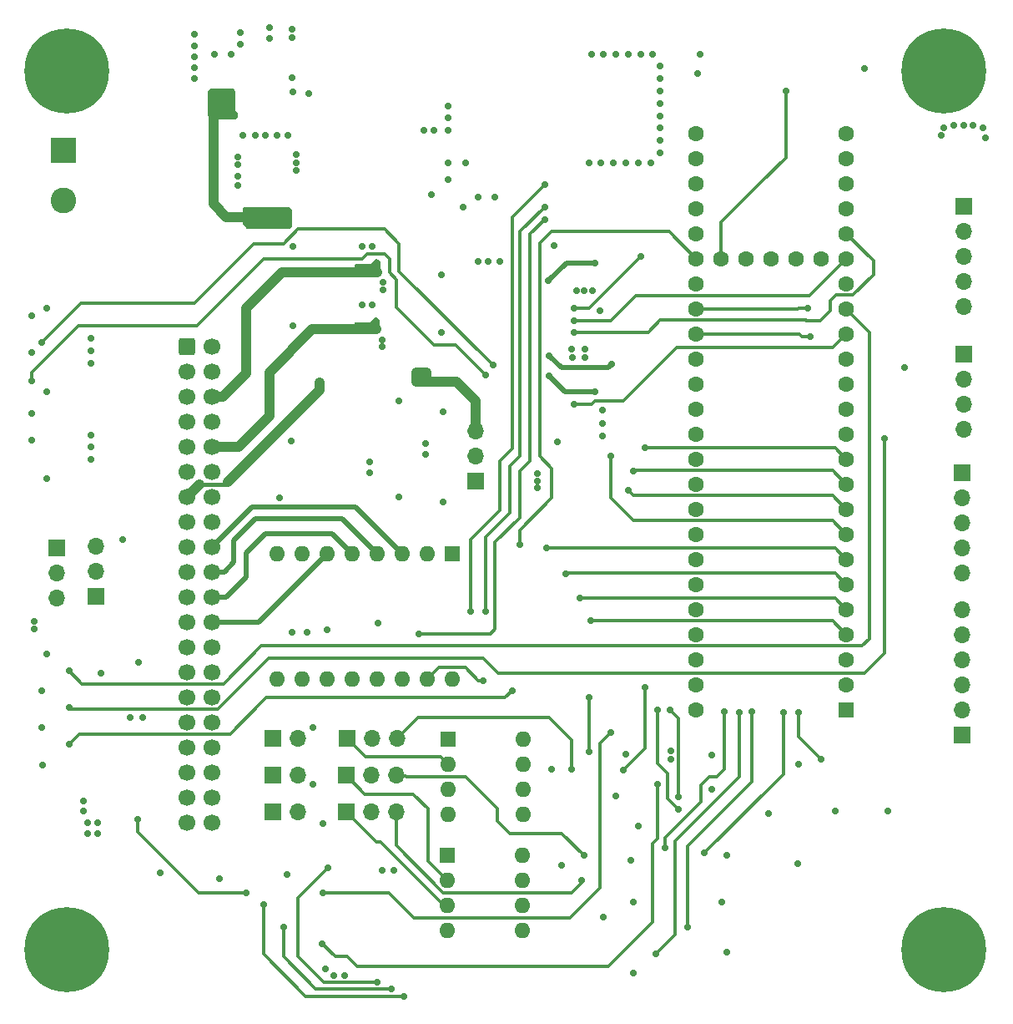
<source format=gbl>
G04 #@! TF.GenerationSoftware,KiCad,Pcbnew,(6.0.10)*
G04 #@! TF.CreationDate,2023-01-07T19:39:58+01:00*
G04 #@! TF.ProjectId,perfectV2.1v0,70657266-6563-4745-9632-2e3176302e6b,6*
G04 #@! TF.SameCoordinates,Original*
G04 #@! TF.FileFunction,Copper,L4,Bot*
G04 #@! TF.FilePolarity,Positive*
%FSLAX46Y46*%
G04 Gerber Fmt 4.6, Leading zero omitted, Abs format (unit mm)*
G04 Created by KiCad (PCBNEW (6.0.10)) date 2023-01-07 19:39:58*
%MOMM*%
%LPD*%
G01*
G04 APERTURE LIST*
G04 Aperture macros list*
%AMRoundRect*
0 Rectangle with rounded corners*
0 $1 Rounding radius*
0 $2 $3 $4 $5 $6 $7 $8 $9 X,Y pos of 4 corners*
0 Add a 4 corners polygon primitive as box body*
4,1,4,$2,$3,$4,$5,$6,$7,$8,$9,$2,$3,0*
0 Add four circle primitives for the rounded corners*
1,1,$1+$1,$2,$3*
1,1,$1+$1,$4,$5*
1,1,$1+$1,$6,$7*
1,1,$1+$1,$8,$9*
0 Add four rect primitives between the rounded corners*
20,1,$1+$1,$2,$3,$4,$5,0*
20,1,$1+$1,$4,$5,$6,$7,0*
20,1,$1+$1,$6,$7,$8,$9,0*
20,1,$1+$1,$8,$9,$2,$3,0*%
G04 Aperture macros list end*
G04 #@! TA.AperFunction,ComponentPad*
%ADD10R,1.700000X1.700000*%
G04 #@! TD*
G04 #@! TA.AperFunction,ComponentPad*
%ADD11O,1.700000X1.700000*%
G04 #@! TD*
G04 #@! TA.AperFunction,ComponentPad*
%ADD12R,1.600000X1.600000*%
G04 #@! TD*
G04 #@! TA.AperFunction,ComponentPad*
%ADD13C,1.600000*%
G04 #@! TD*
G04 #@! TA.AperFunction,ComponentPad*
%ADD14R,2.600000X2.600000*%
G04 #@! TD*
G04 #@! TA.AperFunction,ComponentPad*
%ADD15C,2.600000*%
G04 #@! TD*
G04 #@! TA.AperFunction,ComponentPad*
%ADD16O,1.600000X1.600000*%
G04 #@! TD*
G04 #@! TA.AperFunction,ComponentPad*
%ADD17C,8.600000*%
G04 #@! TD*
G04 #@! TA.AperFunction,ComponentPad*
%ADD18RoundRect,0.250000X-0.600000X-0.600000X0.600000X-0.600000X0.600000X0.600000X-0.600000X0.600000X0*%
G04 #@! TD*
G04 #@! TA.AperFunction,ComponentPad*
%ADD19C,1.700000*%
G04 #@! TD*
G04 #@! TA.AperFunction,ViaPad*
%ADD20C,0.700000*%
G04 #@! TD*
G04 #@! TA.AperFunction,Conductor*
%ADD21C,1.000000*%
G04 #@! TD*
G04 #@! TA.AperFunction,Conductor*
%ADD22C,0.300000*%
G04 #@! TD*
G04 #@! TA.AperFunction,Conductor*
%ADD23C,0.500000*%
G04 #@! TD*
G04 #@! TA.AperFunction,Conductor*
%ADD24C,0.425000*%
G04 #@! TD*
G04 APERTURE END LIST*
D10*
X81475000Y-149850000D03*
D11*
X84015000Y-149850000D03*
X86555000Y-149850000D03*
D12*
X132120000Y-146975000D03*
D13*
X132120000Y-144435000D03*
X132120000Y-141895000D03*
X132120000Y-139355000D03*
X132120000Y-136815000D03*
X132120000Y-134275000D03*
X132120000Y-131735000D03*
X132120000Y-129195000D03*
X132120000Y-126655000D03*
X132120000Y-124115000D03*
X132120000Y-121575000D03*
X132120000Y-119035000D03*
X132120000Y-116495000D03*
X132120000Y-113955000D03*
X132120000Y-111415000D03*
X132120000Y-108875000D03*
X132120000Y-106335000D03*
X132120000Y-103795000D03*
X132120000Y-101255000D03*
X132120000Y-98715000D03*
X132120000Y-96175000D03*
X132120000Y-93635000D03*
X132120000Y-91095000D03*
X132120000Y-88555000D03*
X116880000Y-88555000D03*
X116880000Y-91095000D03*
X116880000Y-93635000D03*
X116880000Y-96175000D03*
X116880000Y-98715000D03*
X116880000Y-101255000D03*
X116880000Y-103795000D03*
X116880000Y-106335000D03*
X116880000Y-108875000D03*
X116880000Y-111415000D03*
X116880000Y-113955000D03*
X116880000Y-116495000D03*
X116880000Y-119035000D03*
X116880000Y-121575000D03*
X116880000Y-124115000D03*
X116880000Y-126655000D03*
X116880000Y-129195000D03*
X116880000Y-131735000D03*
X116880000Y-134275000D03*
X116880000Y-136815000D03*
X116880000Y-139355000D03*
X116880000Y-141895000D03*
X116880000Y-144435000D03*
X116880000Y-146975000D03*
X129580000Y-101255000D03*
X127040000Y-101255000D03*
X124500000Y-101255000D03*
X121960000Y-101255000D03*
X119420000Y-101255000D03*
D10*
X73920000Y-153600000D03*
D11*
X76460000Y-153600000D03*
D14*
X52645000Y-90250000D03*
D15*
X52645000Y-95330000D03*
D10*
X143900000Y-149550000D03*
D11*
X143900000Y-147010000D03*
X143900000Y-144470000D03*
X143900000Y-141930000D03*
X143900000Y-139390000D03*
X143900000Y-136850000D03*
D10*
X73915000Y-157350000D03*
D11*
X76455000Y-157350000D03*
D12*
X91750000Y-149950000D03*
D16*
X91750000Y-152490000D03*
X91750000Y-155030000D03*
X91750000Y-157570000D03*
X99370000Y-157570000D03*
X99370000Y-155030000D03*
X99370000Y-152490000D03*
X99370000Y-149950000D03*
D12*
X92140000Y-131160000D03*
D16*
X89600000Y-131160000D03*
X87060000Y-131160000D03*
X84520000Y-131160000D03*
X81980000Y-131160000D03*
X79440000Y-131160000D03*
X76900000Y-131160000D03*
X74360000Y-131160000D03*
X74360000Y-143860000D03*
X76900000Y-143860000D03*
X79440000Y-143860000D03*
X81980000Y-143860000D03*
X84520000Y-143860000D03*
X87060000Y-143860000D03*
X89600000Y-143860000D03*
X92140000Y-143860000D03*
D10*
X56000000Y-135500000D03*
D11*
X56000000Y-132960000D03*
X56000000Y-130420000D03*
D17*
X53000000Y-171250000D03*
D12*
X91650000Y-161700000D03*
D16*
X91650000Y-164240000D03*
X91650000Y-166780000D03*
X91650000Y-169320000D03*
X99270000Y-169320000D03*
X99270000Y-166780000D03*
X99270000Y-164240000D03*
X99270000Y-161700000D03*
D10*
X81365000Y-153600000D03*
D11*
X83905000Y-153600000D03*
X86445000Y-153600000D03*
D17*
X142000000Y-82250000D03*
D10*
X144000000Y-95925000D03*
D11*
X144000000Y-98465000D03*
X144000000Y-101005000D03*
X144000000Y-103545000D03*
X144000000Y-106085000D03*
D10*
X73950000Y-149850000D03*
D11*
X76490000Y-149850000D03*
D10*
X144000000Y-110960000D03*
D11*
X144000000Y-113500000D03*
X144000000Y-116040000D03*
X144000000Y-118580000D03*
D18*
X65247500Y-110120000D03*
D19*
X67787500Y-110120000D03*
X65247500Y-112660000D03*
X67787500Y-112660000D03*
X65247500Y-115200000D03*
X67787500Y-115200000D03*
X65247500Y-117740000D03*
X67787500Y-117740000D03*
X65247500Y-120280000D03*
X67787500Y-120280000D03*
X65247500Y-122820000D03*
X67787500Y-122820000D03*
X65247500Y-125360000D03*
X67787500Y-125360000D03*
X65247500Y-127900000D03*
X67787500Y-127900000D03*
X65247500Y-130440000D03*
X67787500Y-130440000D03*
X65247500Y-132980000D03*
X67787500Y-132980000D03*
X65247500Y-135520000D03*
X67787500Y-135520000D03*
X65247500Y-138060000D03*
X67787500Y-138060000D03*
X65247500Y-140600000D03*
X67787500Y-140600000D03*
X65247500Y-143140000D03*
X67787500Y-143140000D03*
X65247500Y-145680000D03*
X67787500Y-145680000D03*
X65247500Y-148220000D03*
X67787500Y-148220000D03*
X65247500Y-150760000D03*
X67787500Y-150760000D03*
X65247500Y-153300000D03*
X67787500Y-153300000D03*
X65247500Y-155840000D03*
X67787500Y-155840000D03*
X65247500Y-158380000D03*
X67787500Y-158380000D03*
D17*
X53000000Y-82250000D03*
D10*
X52025000Y-130525000D03*
D11*
X52025000Y-133065000D03*
X52025000Y-135605000D03*
D10*
X81400000Y-157350000D03*
D11*
X83940000Y-157350000D03*
X86480000Y-157350000D03*
D17*
X142000000Y-171250000D03*
D10*
X94488750Y-123780000D03*
D11*
X94488750Y-121240000D03*
X94488750Y-118700000D03*
D10*
X143900000Y-122925000D03*
D11*
X143900000Y-125465000D03*
X143900000Y-128005000D03*
X143900000Y-130545000D03*
X143900000Y-133085000D03*
D20*
X104300000Y-111250000D03*
X83000000Y-105900000D03*
X113250000Y-86750000D03*
X85100000Y-103650000D03*
X107500000Y-168000000D03*
X55500000Y-121600000D03*
X120000000Y-171500000D03*
X49500000Y-119600000D03*
X55500000Y-109350000D03*
X86700000Y-115700000D03*
X107100000Y-106500000D03*
X72200000Y-88700000D03*
X56200000Y-159500000D03*
X75900000Y-82900000D03*
X74400000Y-88700000D03*
X107400000Y-116600000D03*
X66000000Y-80800000D03*
X68500000Y-164100000D03*
X107250000Y-91500000D03*
X108750000Y-155750000D03*
X55100000Y-159500000D03*
X80100000Y-173900000D03*
X136300000Y-157250000D03*
X91000000Y-102900000D03*
X81200000Y-173900000D03*
X110000000Y-80500000D03*
X106250000Y-80500000D03*
X66000000Y-83000000D03*
X70400000Y-93800000D03*
X111000000Y-91500000D03*
X55500000Y-119100000D03*
X114350000Y-152000000D03*
X79400000Y-138900000D03*
X49500000Y-110750000D03*
X75400000Y-163700000D03*
X113250000Y-81750000D03*
X102250000Y-153000000D03*
X112250000Y-91500000D03*
X69700000Y-80500000D03*
X50500000Y-148800000D03*
X120000000Y-161750000D03*
X104250000Y-110450000D03*
X106000000Y-91500000D03*
X107500000Y-80500000D03*
X91200000Y-125900000D03*
X117000000Y-82500000D03*
X110500000Y-173662500D03*
X110250000Y-162250000D03*
X76000000Y-84300000D03*
X84000000Y-105900000D03*
X127250000Y-152500000D03*
X70600000Y-78300000D03*
X104750000Y-104450000D03*
X75900000Y-78800000D03*
X55500000Y-110550000D03*
X79300000Y-173200000D03*
X113250000Y-84250000D03*
X91000000Y-108700000D03*
X119500000Y-166500000D03*
X85050000Y-109450000D03*
X138000000Y-112250000D03*
X109750000Y-91500000D03*
X75838750Y-119700000D03*
X51000000Y-141300000D03*
X91200000Y-116800000D03*
X108500000Y-91500000D03*
X75900000Y-78000000D03*
X84600000Y-138200000D03*
X86700000Y-125400000D03*
X113250000Y-83000000D03*
X84000000Y-100000000D03*
X89400000Y-121050000D03*
X60300000Y-142200000D03*
X124250000Y-157500000D03*
X49500000Y-116900000D03*
X83800000Y-122950000D03*
X58700000Y-129700000D03*
X70400000Y-92900000D03*
X105600000Y-110450000D03*
X55100000Y-158400000D03*
X118500000Y-155000000D03*
X77600000Y-84500000D03*
X70600000Y-79500000D03*
X114300000Y-151150000D03*
X103250000Y-162750000D03*
X105600000Y-111300000D03*
X55500000Y-120300000D03*
X83800000Y-121850000D03*
X113250000Y-88000000D03*
X66000000Y-78500000D03*
X112500000Y-80500000D03*
X113250000Y-90500000D03*
X89400000Y-119950000D03*
X56200000Y-158400000D03*
X111250000Y-80500000D03*
X73600000Y-78900000D03*
X75900000Y-139100000D03*
X66000000Y-79700000D03*
X49500000Y-107000000D03*
X85100000Y-104400000D03*
X70900000Y-88700000D03*
X55500000Y-111850000D03*
X113250000Y-89250000D03*
X68000000Y-80500000D03*
X107400000Y-119250000D03*
X50600000Y-152600000D03*
X50500000Y-145000000D03*
X127200000Y-162575000D03*
X73200000Y-88700000D03*
X77400000Y-139100000D03*
X75500000Y-88700000D03*
X85050000Y-110200000D03*
X107400000Y-117950000D03*
X106400000Y-104450000D03*
X108750000Y-80500000D03*
X74638750Y-125455000D03*
X73600000Y-77800000D03*
X111000000Y-158750000D03*
X66000000Y-81900000D03*
X102800000Y-119850000D03*
X113250000Y-85500000D03*
X105550000Y-104450000D03*
X83000000Y-100000000D03*
X88500000Y-112750000D03*
X88500000Y-113750000D03*
X60750000Y-147750000D03*
X76000000Y-100000000D03*
X59500000Y-147750000D03*
X76000000Y-108000000D03*
X51000000Y-106250000D03*
X89500000Y-113750000D03*
X89500000Y-112750000D03*
X51000000Y-123500000D03*
X51000000Y-114750000D03*
X101500000Y-97250000D03*
X88750000Y-139250000D03*
X95250000Y-144000000D03*
X95500000Y-137000000D03*
X101500000Y-96000000D03*
X94000000Y-137000000D03*
X101500000Y-93750000D03*
X74200000Y-97800000D03*
X71400000Y-97800000D03*
X75500000Y-97800000D03*
X72800000Y-97800000D03*
X67900000Y-86700000D03*
X68900000Y-86700000D03*
X70000000Y-86700000D03*
X91750000Y-93250000D03*
X76300000Y-90700000D03*
X134000000Y-82000000D03*
X102500000Y-99900000D03*
X70400000Y-90900000D03*
X91750000Y-91500000D03*
X117250000Y-80500000D03*
X146000000Y-88000000D03*
X70400000Y-91700000D03*
X89250000Y-88250000D03*
X141750000Y-88750000D03*
X49750000Y-138750000D03*
X94750000Y-95000000D03*
X145000000Y-87750000D03*
X93250000Y-96000000D03*
X100750000Y-123000000D03*
X100750000Y-124500000D03*
X102000000Y-111100000D03*
X90000000Y-94750000D03*
X91750000Y-85750000D03*
X143000000Y-87750000D03*
X76300000Y-92300000D03*
X49750000Y-138000000D03*
X90250000Y-88250000D03*
X93500000Y-91500000D03*
X76300000Y-91500000D03*
X96500000Y-95000000D03*
X100750000Y-123750000D03*
X91750000Y-87000000D03*
X144000000Y-87750000D03*
X146250000Y-89000000D03*
X109750000Y-151500000D03*
X91750000Y-88250000D03*
X108350000Y-111900000D03*
X142000000Y-88000000D03*
X86000000Y-175250000D03*
X75000000Y-169000000D03*
X79050000Y-165500000D03*
X71250000Y-165500000D03*
X108200000Y-149250000D03*
X60250000Y-158100000D03*
X78925000Y-170675000D03*
X113000000Y-154500000D03*
X78700000Y-114600000D03*
X78700000Y-113800000D03*
X128500000Y-109125000D03*
X128250000Y-106250000D03*
X101900000Y-103500000D03*
X102000000Y-113100000D03*
X106600000Y-101700000D03*
X118500000Y-151600000D03*
X106600000Y-114700000D03*
X131000000Y-157250000D03*
X110500000Y-166500000D03*
X126000000Y-84250000D03*
X84500000Y-102600000D03*
X84500000Y-101700000D03*
X84400000Y-107600000D03*
X84400000Y-108400000D03*
X105500000Y-161750000D03*
X105250000Y-164250000D03*
X104250000Y-153000000D03*
X99000000Y-130250000D03*
X53250000Y-150500000D03*
X98250000Y-145000000D03*
X53250000Y-143000000D03*
X53250000Y-146750000D03*
X136000000Y-119500000D03*
X78000000Y-154500000D03*
X54750000Y-157250000D03*
X62500000Y-163500000D03*
X86250000Y-163250000D03*
X78000000Y-148750000D03*
X56500000Y-143250000D03*
X97000000Y-101500000D03*
X95750000Y-101500000D03*
X54750000Y-156250000D03*
X94750000Y-101500000D03*
X85000000Y-163250000D03*
X79000000Y-158500000D03*
X96250000Y-112000000D03*
X50500000Y-109750000D03*
X49500000Y-113600000D03*
X95500000Y-113000000D03*
X105085000Y-135665000D03*
X106215000Y-137965000D03*
X101735000Y-130585000D03*
X103650000Y-133150000D03*
X108250000Y-121250000D03*
X110000000Y-124750000D03*
X110500000Y-122750000D03*
X111675000Y-120425000D03*
X104500000Y-116000000D03*
X104500000Y-107500000D03*
X104500000Y-108750000D03*
X104500000Y-106250000D03*
X111250000Y-101000000D03*
X109500000Y-153061396D03*
X111700000Y-144700000D03*
X129525000Y-151975000D03*
X127250000Y-147250000D03*
X117750000Y-161500000D03*
X125750000Y-147250000D03*
X116000000Y-169027478D03*
X122500000Y-147200000D03*
X112775000Y-171750000D03*
X121250000Y-147250000D03*
X113750000Y-161000000D03*
X119750000Y-147150000D03*
X106000000Y-151250000D03*
X106000000Y-145750000D03*
X115100000Y-157100000D03*
X113000000Y-147000000D03*
X114250000Y-147000000D03*
X115100000Y-155800000D03*
X87250000Y-176000000D03*
X73000000Y-166750000D03*
X84550000Y-174550000D03*
X79500000Y-163000000D03*
D21*
X88500000Y-113750000D02*
X88500000Y-112750000D01*
X89500000Y-113750000D02*
X88500000Y-113750000D01*
X92550000Y-113750000D02*
X89500000Y-113750000D01*
X94488750Y-115688750D02*
X92550000Y-113750000D01*
X89500000Y-112750000D02*
X89500000Y-113750000D01*
X94488750Y-118700000D02*
X94488750Y-115688750D01*
X88500000Y-112750000D02*
X89500000Y-112750000D01*
D22*
X100000000Y-98750000D02*
X101500000Y-97250000D01*
X99000000Y-122750000D02*
X100000000Y-121750000D01*
X96000000Y-139250000D02*
X96500000Y-138750000D01*
X96500000Y-130000000D02*
X99000000Y-127500000D01*
X88750000Y-139250000D02*
X96000000Y-139250000D01*
X100000000Y-121750000D02*
X100000000Y-98750000D01*
X99000000Y-127500000D02*
X99000000Y-122750000D01*
X96500000Y-138750000D02*
X96500000Y-130000000D01*
X99000000Y-100500000D02*
X99000000Y-121250000D01*
X95250000Y-144000000D02*
X94750000Y-144000000D01*
X98000000Y-123250000D02*
X98000000Y-127000000D01*
X90750000Y-142710000D02*
X89600000Y-143860000D01*
X94750000Y-144000000D02*
X93460000Y-142710000D01*
X97000000Y-128000000D02*
X95500000Y-129500000D01*
X99000000Y-98500000D02*
X99000000Y-100500000D01*
X98000000Y-122250000D02*
X98000000Y-123250000D01*
X101500000Y-96000000D02*
X99000000Y-98500000D01*
X95500000Y-129500000D02*
X95500000Y-137000000D01*
X93460000Y-142710000D02*
X90750000Y-142710000D01*
X99000000Y-121250000D02*
X98250000Y-122000000D01*
X98000000Y-127000000D02*
X97000000Y-128000000D01*
X98250000Y-122000000D02*
X98000000Y-122250000D01*
X94000000Y-129750000D02*
X94000000Y-137000000D01*
X94500000Y-129250000D02*
X94000000Y-129750000D01*
X97000000Y-126750000D02*
X94500000Y-129250000D01*
X97000000Y-121750000D02*
X97000000Y-126750000D01*
X97250000Y-121500000D02*
X97000000Y-121750000D01*
X98250000Y-97000000D02*
X98250000Y-99750000D01*
X98250000Y-99750000D02*
X98250000Y-120500000D01*
X98250000Y-120500000D02*
X97250000Y-121500000D01*
X101500000Y-93750000D02*
X98250000Y-97000000D01*
D21*
X67900000Y-95700000D02*
X69200000Y-97000000D01*
X69200000Y-97000000D02*
X73100000Y-97000000D01*
X67900000Y-86700000D02*
X67900000Y-95700000D01*
D23*
X102000000Y-111100000D02*
X103200000Y-112300000D01*
X107950000Y-112300000D02*
X108350000Y-111900000D01*
X103200000Y-112300000D02*
X107950000Y-112300000D01*
D22*
X75000000Y-172000000D02*
X78250000Y-175250000D01*
X75000000Y-169000000D02*
X75000000Y-172000000D01*
X78250000Y-175250000D02*
X86000000Y-175250000D01*
X60250000Y-158100000D02*
X60250000Y-159350000D01*
X66400000Y-165500000D02*
X71250000Y-165500000D01*
X85700000Y-165500000D02*
X88250000Y-168050000D01*
X107100000Y-165000000D02*
X107100000Y-150350000D01*
X104050000Y-168050000D02*
X107100000Y-165000000D01*
X79050000Y-165500000D02*
X85700000Y-165500000D01*
X88250000Y-168050000D02*
X104050000Y-168050000D01*
X107100000Y-150350000D02*
X108200000Y-149250000D01*
X60250000Y-159350000D02*
X66400000Y-165500000D01*
X112500000Y-168500000D02*
X112500000Y-160500000D01*
X80250000Y-172000000D02*
X81500000Y-172000000D01*
X113000000Y-154500000D02*
X113000000Y-160000000D01*
X108000000Y-173000000D02*
X112500000Y-168500000D01*
X82500000Y-173000000D02*
X108000000Y-173000000D01*
X81500000Y-172000000D02*
X82500000Y-173000000D01*
X112500000Y-160500000D02*
X113000000Y-160000000D01*
X78925000Y-170675000D02*
X80250000Y-172000000D01*
D21*
X78700000Y-113800000D02*
X78700000Y-114600000D01*
X78700000Y-114600000D02*
X69400000Y-123900000D01*
X65247500Y-125360000D02*
X66510000Y-124097500D01*
D24*
X66510000Y-124097500D02*
X69202500Y-124097500D01*
X69202500Y-124097500D02*
X69400000Y-123900000D01*
D22*
X127375000Y-108875000D02*
X127625000Y-109125000D01*
X127625000Y-109125000D02*
X128500000Y-109125000D01*
X127375000Y-108875000D02*
X116880000Y-108875000D01*
X127165000Y-106335000D02*
X116880000Y-106335000D01*
X127165000Y-106335000D02*
X127250000Y-106250000D01*
X127250000Y-106250000D02*
X128250000Y-106250000D01*
D23*
X103600000Y-114700000D02*
X102000000Y-113100000D01*
X103700000Y-101700000D02*
X101900000Y-103500000D01*
X106600000Y-101700000D02*
X103700000Y-101700000D01*
X106600000Y-114700000D02*
X103600000Y-114700000D01*
D22*
X123500000Y-93500000D02*
X119420000Y-97580000D01*
X126000000Y-91000000D02*
X126000000Y-84250000D01*
X119420000Y-97580000D02*
X119420000Y-101255000D01*
X123500000Y-93500000D02*
X126000000Y-91000000D01*
X89700000Y-162290000D02*
X89700000Y-157000000D01*
X83265000Y-155500000D02*
X81365000Y-153600000D01*
X91650000Y-164240000D02*
X89700000Y-162290000D01*
X89700000Y-157000000D02*
X88200000Y-155500000D01*
X88200000Y-155500000D02*
X83265000Y-155500000D01*
X84450000Y-160400000D02*
X84900000Y-160400000D01*
X91280000Y-166780000D02*
X91650000Y-166780000D01*
X81400000Y-157350000D02*
X84450000Y-160400000D01*
X84900000Y-160400000D02*
X91280000Y-166780000D01*
D23*
X67787500Y-130440000D02*
X71827500Y-126400000D01*
X71827500Y-126400000D02*
X82300000Y-126400000D01*
X82300000Y-126400000D02*
X87060000Y-131160000D01*
X67787500Y-132980000D02*
X69020000Y-132980000D01*
X69020000Y-132980000D02*
X70000000Y-132000000D01*
X72200000Y-127600000D02*
X80960000Y-127600000D01*
X70000000Y-132000000D02*
X70000000Y-129800000D01*
X80960000Y-127600000D02*
X84520000Y-131160000D01*
X70000000Y-129800000D02*
X72200000Y-127600000D01*
X69180000Y-135520000D02*
X67787500Y-135520000D01*
X79920000Y-129100000D02*
X73200000Y-129100000D01*
X71200000Y-133500000D02*
X69180000Y-135520000D01*
X73200000Y-129100000D02*
X71200000Y-131100000D01*
X71200000Y-131100000D02*
X71200000Y-133500000D01*
X81980000Y-131160000D02*
X79920000Y-129100000D01*
X72540000Y-138060000D02*
X67787500Y-138060000D01*
X79440000Y-131160000D02*
X72540000Y-138060000D01*
D21*
X71200000Y-106300000D02*
X74900000Y-102600000D01*
X71200000Y-112900000D02*
X71200000Y-106300000D01*
X74900000Y-102600000D02*
X84500000Y-102600000D01*
X67787500Y-115200000D02*
X68900000Y-115200000D01*
X68900000Y-115200000D02*
X71200000Y-112900000D01*
X70480000Y-120280000D02*
X67787500Y-120280000D01*
X84400000Y-108400000D02*
X77950000Y-108400000D01*
X73600000Y-117160000D02*
X70480000Y-120280000D01*
X77950000Y-108400000D02*
X73600000Y-112750000D01*
X73600000Y-112750000D02*
X73600000Y-117160000D01*
D22*
X93750000Y-154000000D02*
X96750000Y-157000000D01*
X103250000Y-159500000D02*
X105500000Y-161750000D01*
X96750000Y-158250000D02*
X98000000Y-159500000D01*
X87500000Y-153750000D02*
X93500000Y-153750000D01*
X100000000Y-159500000D02*
X103250000Y-159500000D01*
X93500000Y-153750000D02*
X93750000Y-154000000D01*
X86485000Y-153640000D02*
X87390000Y-153640000D01*
X98000000Y-159500000D02*
X100000000Y-159500000D01*
X86445000Y-153600000D02*
X86485000Y-153640000D01*
X96750000Y-157000000D02*
X96750000Y-158250000D01*
X87390000Y-153640000D02*
X87500000Y-153750000D01*
X103500000Y-165500000D02*
X104250000Y-165500000D01*
X91250000Y-165500000D02*
X103500000Y-165500000D01*
X104250000Y-165500000D02*
X105250000Y-164500000D01*
X86480000Y-160730000D02*
X91250000Y-165500000D01*
X86480000Y-157350000D02*
X86480000Y-160730000D01*
X105250000Y-164500000D02*
X105250000Y-164250000D01*
X88655000Y-147750000D02*
X102000000Y-147750000D01*
X86555000Y-149850000D02*
X88655000Y-147750000D01*
X102000000Y-147750000D02*
X104250000Y-150000000D01*
X104250000Y-150000000D02*
X104250000Y-153000000D01*
X99000000Y-128750000D02*
X99000000Y-130250000D01*
X73250000Y-145750000D02*
X96750000Y-145750000D01*
X72750000Y-146250000D02*
X73250000Y-145750000D01*
X53250000Y-150500000D02*
X54330000Y-149420000D01*
X101000000Y-121250000D02*
X102250000Y-122500000D01*
X97500000Y-145750000D02*
X96750000Y-145750000D01*
X54330000Y-149420000D02*
X69580000Y-149420000D01*
X98250000Y-145000000D02*
X97500000Y-145750000D01*
X116880000Y-101255000D02*
X114125000Y-98500000D01*
X102250000Y-125500000D02*
X99000000Y-128750000D01*
X101000000Y-99700000D02*
X101000000Y-121250000D01*
X102200000Y-98500000D02*
X101000000Y-99700000D01*
X69580000Y-149420000D02*
X72750000Y-146250000D01*
X114125000Y-98500000D02*
X102200000Y-98500000D01*
X102250000Y-122500000D02*
X102250000Y-125500000D01*
X132120000Y-106335000D02*
X134500000Y-108715000D01*
X72750000Y-140500000D02*
X115500000Y-140500000D01*
X134500000Y-108715000D02*
X134500000Y-139750000D01*
X133745000Y-140505000D02*
X134500000Y-139750000D01*
X68910000Y-144340000D02*
X72750000Y-140500000D01*
X54590000Y-144340000D02*
X68910000Y-144340000D01*
X53250000Y-143000000D02*
X54590000Y-144340000D01*
X115505000Y-140505000D02*
X133745000Y-140505000D01*
X115500000Y-140500000D02*
X115505000Y-140505000D01*
X95250000Y-141750000D02*
X96000000Y-142500000D01*
X53250000Y-146750000D02*
X53380000Y-146880000D01*
X73500000Y-141750000D02*
X95250000Y-141750000D01*
X96000000Y-142500000D02*
X96785000Y-143285000D01*
X68370000Y-146880000D02*
X73500000Y-141750000D01*
X136000000Y-139750000D02*
X136000000Y-119500000D01*
X53380000Y-146880000D02*
X68370000Y-146880000D01*
X96785000Y-143285000D02*
X133965000Y-143285000D01*
X136000000Y-141250000D02*
X136000000Y-139750000D01*
X133965000Y-143285000D02*
X136000000Y-141250000D01*
X96250000Y-112000000D02*
X86750000Y-102500000D01*
X76500000Y-98250000D02*
X75000000Y-99750000D01*
X50500000Y-109750000D02*
X54500000Y-105750000D01*
X65750000Y-105750000D02*
X54750000Y-105750000D01*
X86750000Y-99750000D02*
X85250000Y-98250000D01*
X66000000Y-105750000D02*
X65750000Y-105750000D01*
X85250000Y-98250000D02*
X76500000Y-98250000D01*
X86750000Y-102500000D02*
X86750000Y-99750000D01*
X54500000Y-105750000D02*
X54750000Y-105750000D01*
X72000000Y-99750000D02*
X66000000Y-105750000D01*
X75000000Y-99750000D02*
X72000000Y-99750000D01*
X85250000Y-100750000D02*
X83500000Y-100750000D01*
X85750000Y-102650000D02*
X85750000Y-101250000D01*
X92500000Y-110000000D02*
X90300000Y-110000000D01*
X86500000Y-103400000D02*
X85750000Y-102650000D01*
X85750000Y-101250000D02*
X85250000Y-100750000D01*
X73000000Y-101250000D02*
X66250000Y-108000000D01*
X95500000Y-113000000D02*
X92500000Y-110000000D01*
X66250000Y-108000000D02*
X54250000Y-108000000D01*
X86500000Y-106200000D02*
X86500000Y-103400000D01*
X54250000Y-108000000D02*
X49500000Y-112750000D01*
X83500000Y-100750000D02*
X83000000Y-101250000D01*
X49500000Y-112750000D02*
X49500000Y-113600000D01*
X83000000Y-101250000D02*
X73000000Y-101250000D01*
X90300000Y-110000000D02*
X86500000Y-106200000D01*
X130970000Y-135665000D02*
X105085000Y-135665000D01*
X132120000Y-136815000D02*
X130970000Y-135665000D01*
X130730000Y-137965000D02*
X106215000Y-137965000D01*
X132120000Y-139355000D02*
X130730000Y-137965000D01*
X132120000Y-131735000D02*
X130970000Y-130585000D01*
X130970000Y-130585000D02*
X101735000Y-130585000D01*
X83325000Y-151700000D02*
X81475000Y-149850000D01*
X90960000Y-151700000D02*
X83325000Y-151700000D01*
X91750000Y-152490000D02*
X90960000Y-151700000D01*
X103675000Y-133125000D02*
X130970000Y-133125000D01*
X103650000Y-133150000D02*
X103675000Y-133125000D01*
X132120000Y-134275000D02*
X130970000Y-133125000D01*
X110555000Y-127805000D02*
X108250000Y-125500000D01*
X108250000Y-125500000D02*
X108250000Y-121250000D01*
X132120000Y-129195000D02*
X130730000Y-127805000D01*
X130730000Y-127805000D02*
X110555000Y-127805000D01*
X110515000Y-125265000D02*
X110000000Y-124750000D01*
X132120000Y-126655000D02*
X130730000Y-125265000D01*
X130730000Y-125265000D02*
X110515000Y-125265000D01*
X130730000Y-122725000D02*
X110525000Y-122725000D01*
X132120000Y-124115000D02*
X130730000Y-122725000D01*
X132120000Y-121575000D02*
X130970000Y-120425000D01*
X130970000Y-120425000D02*
X111675000Y-120425000D01*
X104500000Y-116000000D02*
X106300000Y-116000000D01*
X106300000Y-116000000D02*
X106600000Y-115700000D01*
X106600000Y-115700000D02*
X109500000Y-115700000D01*
X130730000Y-110265000D02*
X132120000Y-108875000D01*
X109500000Y-115700000D02*
X114935000Y-110265000D01*
X114935000Y-110265000D02*
X130730000Y-110265000D01*
X132120000Y-101255000D02*
X128375000Y-105000000D01*
X128375000Y-105000000D02*
X110750000Y-105000000D01*
X108250000Y-107500000D02*
X104500000Y-107500000D01*
X110750000Y-105000000D02*
X108250000Y-107500000D01*
X131055000Y-104945000D02*
X132805000Y-104945000D01*
X132805000Y-104945000D02*
X134875000Y-102875000D01*
X130500000Y-105500000D02*
X131055000Y-104945000D01*
X112000000Y-108750000D02*
X113265000Y-107485000D01*
X130500000Y-106500000D02*
X130500000Y-105500000D01*
X128030000Y-107500000D02*
X129500000Y-107500000D01*
X134875000Y-101470000D02*
X132120000Y-98715000D01*
X104500000Y-108750000D02*
X112000000Y-108750000D01*
X129500000Y-107500000D02*
X130500000Y-106500000D01*
X113265000Y-107485000D02*
X128015000Y-107485000D01*
X128015000Y-107485000D02*
X128030000Y-107500000D01*
X134875000Y-102875000D02*
X134875000Y-101470000D01*
X106000000Y-106250000D02*
X111250000Y-101000000D01*
X104500000Y-106250000D02*
X106000000Y-106250000D01*
X111700000Y-144700000D02*
X111700000Y-150861396D01*
X111700000Y-150861396D02*
X111630698Y-150930698D01*
X109500000Y-153061396D02*
X111630698Y-150930698D01*
X127250000Y-149700000D02*
X127525000Y-149975000D01*
X129525000Y-151975000D02*
X127525000Y-149975000D01*
X127250000Y-147250000D02*
X127250000Y-149700000D01*
X125750000Y-153500000D02*
X124800000Y-154450000D01*
X125750000Y-147250000D02*
X125750000Y-153500000D01*
X117750000Y-161500000D02*
X124800000Y-154450000D01*
X116000000Y-160750000D02*
X116000000Y-169027478D01*
X122500000Y-147200000D02*
X122500000Y-154250000D01*
X122500000Y-154250000D02*
X116000000Y-160750000D01*
X121250000Y-147250000D02*
X121250000Y-153750000D01*
X114750000Y-169775000D02*
X112775000Y-171750000D01*
X121250000Y-153750000D02*
X114750000Y-160250000D01*
X114750000Y-160250000D02*
X114750000Y-169775000D01*
X117400000Y-154600000D02*
X117400000Y-154900000D01*
X119750000Y-153000000D02*
X119000000Y-153750000D01*
X113750000Y-161000000D02*
X113750000Y-159950000D01*
X118250000Y-153750000D02*
X117400000Y-154600000D01*
X119000000Y-153750000D02*
X118250000Y-153750000D01*
X117400000Y-156300000D02*
X117400000Y-154900000D01*
X119750000Y-147150000D02*
X119750000Y-153000000D01*
X113750000Y-159950000D02*
X117400000Y-156300000D01*
X106000000Y-151250000D02*
X106000000Y-145750000D01*
X114000000Y-156000000D02*
X115100000Y-157100000D01*
X114000000Y-153400000D02*
X114000000Y-156000000D01*
X113000000Y-152400000D02*
X114000000Y-153400000D01*
X113000000Y-147000000D02*
X113000000Y-152400000D01*
X114250000Y-147000000D02*
X115050000Y-147800000D01*
X115050000Y-155750000D02*
X115100000Y-155800000D01*
X115050000Y-147800000D02*
X115050000Y-155750000D01*
X73000000Y-171750000D02*
X77250000Y-176000000D01*
X77250000Y-176000000D02*
X87250000Y-176000000D01*
X73000000Y-166750000D02*
X73000000Y-171750000D01*
X76500000Y-166000000D02*
X79500000Y-163000000D01*
X76500000Y-172000000D02*
X76500000Y-166000000D01*
X84500000Y-174600000D02*
X79100000Y-174600000D01*
X79100000Y-174600000D02*
X76500000Y-172000000D01*
X84550000Y-174550000D02*
X84500000Y-174600000D01*
G04 #@! TA.AperFunction,Conductor*
G36*
X75615677Y-96019685D02*
G01*
X75636319Y-96036319D01*
X75863681Y-96263681D01*
X75897166Y-96325004D01*
X75900000Y-96351362D01*
X75900000Y-97933637D01*
X75880315Y-98000676D01*
X75844783Y-98036811D01*
X75631239Y-98179174D01*
X75562456Y-98200000D01*
X71351362Y-98200000D01*
X71284323Y-98180315D01*
X71263681Y-98163681D01*
X70936319Y-97836319D01*
X70902834Y-97774996D01*
X70900000Y-97748638D01*
X70900000Y-96151362D01*
X70919685Y-96084323D01*
X70936319Y-96063681D01*
X70963681Y-96036319D01*
X71025004Y-96002834D01*
X71051362Y-96000000D01*
X75548638Y-96000000D01*
X75615677Y-96019685D01*
G37*
G04 #@! TD.AperFunction*
G04 #@! TA.AperFunction,Conductor*
G36*
X69915677Y-84019685D02*
G01*
X69936319Y-84036319D01*
X70063681Y-84163681D01*
X70097166Y-84225004D01*
X70100000Y-84251362D01*
X70100000Y-86200000D01*
X70363681Y-86463681D01*
X70397166Y-86525004D01*
X70400000Y-86551362D01*
X70400000Y-86848638D01*
X70380315Y-86915677D01*
X70363681Y-86936319D01*
X70236319Y-87063681D01*
X70174996Y-87097166D01*
X70148638Y-87100000D01*
X67751362Y-87100000D01*
X67684323Y-87080315D01*
X67663681Y-87063681D01*
X67336319Y-86736319D01*
X67302834Y-86674996D01*
X67300000Y-86648638D01*
X67300000Y-84351362D01*
X67319685Y-84284323D01*
X67336319Y-84263681D01*
X67563681Y-84036319D01*
X67625004Y-84002834D01*
X67651362Y-84000000D01*
X69848638Y-84000000D01*
X69915677Y-84019685D01*
G37*
G04 #@! TD.AperFunction*
G04 #@! TA.AperFunction,Conductor*
G36*
X84515677Y-107219685D02*
G01*
X84536319Y-107236319D01*
X84763681Y-107463681D01*
X84797166Y-107525004D01*
X84800000Y-107551362D01*
X84800000Y-108448638D01*
X84780315Y-108515677D01*
X84763681Y-108536319D01*
X84536319Y-108763681D01*
X84474996Y-108797166D01*
X84448638Y-108800000D01*
X84351362Y-108800000D01*
X84284323Y-108780315D01*
X84263681Y-108763681D01*
X83900000Y-108400000D01*
X82451362Y-108400000D01*
X82384323Y-108380315D01*
X82363681Y-108363681D01*
X82236319Y-108236319D01*
X82202834Y-108174996D01*
X82200000Y-108148638D01*
X82200000Y-107851362D01*
X82219685Y-107784323D01*
X82236319Y-107763681D01*
X82263681Y-107736319D01*
X82325004Y-107702834D01*
X82351362Y-107700000D01*
X83800000Y-107700000D01*
X84263681Y-107236319D01*
X84325004Y-107202834D01*
X84351362Y-107200000D01*
X84448638Y-107200000D01*
X84515677Y-107219685D01*
G37*
G04 #@! TD.AperFunction*
G04 #@! TA.AperFunction,Conductor*
G36*
X84615677Y-101319685D02*
G01*
X84636319Y-101336319D01*
X84863681Y-101563681D01*
X84897166Y-101625004D01*
X84900000Y-101651362D01*
X84900000Y-102648638D01*
X84880315Y-102715677D01*
X84863681Y-102736319D01*
X84636319Y-102963681D01*
X84574996Y-102997166D01*
X84548638Y-103000000D01*
X84451362Y-103000000D01*
X84384323Y-102980315D01*
X84363681Y-102963681D01*
X84000000Y-102600000D01*
X82451362Y-102600000D01*
X82384323Y-102580315D01*
X82363681Y-102563681D01*
X82236319Y-102436319D01*
X82202834Y-102374996D01*
X82200000Y-102348638D01*
X82200000Y-101951362D01*
X82219685Y-101884323D01*
X82236319Y-101863681D01*
X82263681Y-101836319D01*
X82325004Y-101802834D01*
X82351362Y-101800000D01*
X83900000Y-101800000D01*
X83906304Y-101792120D01*
X84262770Y-101346538D01*
X84320021Y-101306486D01*
X84359598Y-101300000D01*
X84548638Y-101300000D01*
X84615677Y-101319685D01*
G37*
G04 #@! TD.AperFunction*
M02*

</source>
